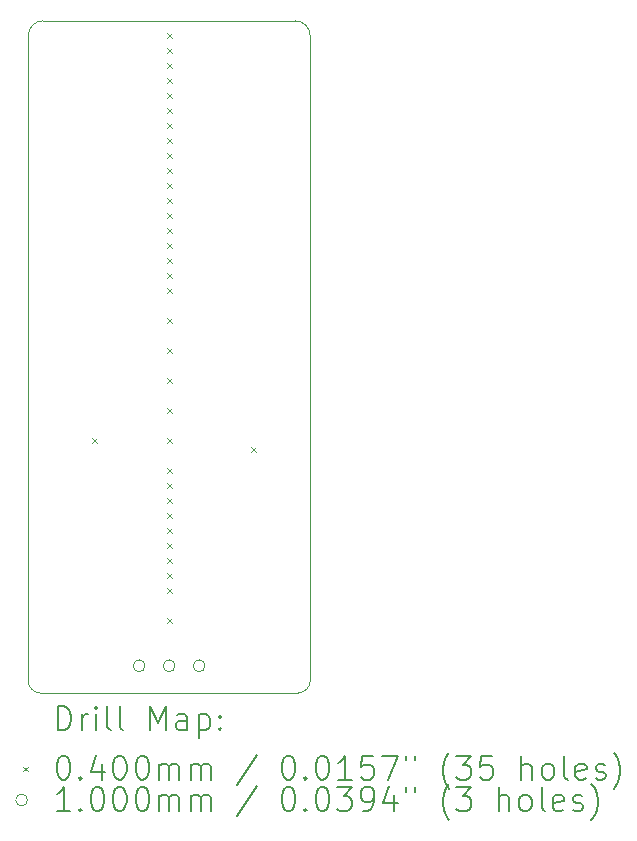
<source format=gbr>
%FSLAX45Y45*%
G04 Gerber Fmt 4.5, Leading zero omitted, Abs format (unit mm)*
G04 Created by KiCad (PCBNEW (6.0.4-0)) date 2022-11-07 18:10:48*
%MOMM*%
%LPD*%
G01*
G04 APERTURE LIST*
%TA.AperFunction,Profile*%
%ADD10C,0.100000*%
%TD*%
%ADD11C,0.200000*%
%ADD12C,0.040000*%
%ADD13C,0.100000*%
G04 APERTURE END LIST*
D10*
X16687800Y-11430000D02*
X16687800Y-5969000D01*
X16560800Y-5842000D02*
X14427200Y-5842000D01*
X14401800Y-11531600D02*
X16586200Y-11531600D01*
X14300200Y-11430000D02*
G75*
G03*
X14401800Y-11531600I101600J0D01*
G01*
X16586200Y-11531600D02*
G75*
G03*
X16687800Y-11430000I0J101600D01*
G01*
X16687800Y-5969000D02*
G75*
G03*
X16560800Y-5842000I-127000J0D01*
G01*
X14427200Y-5842000D02*
G75*
G03*
X14300200Y-5969000I0J-127000D01*
G01*
X14300200Y-5969000D02*
X14300200Y-11430000D01*
D11*
D12*
X14839000Y-9378000D02*
X14879000Y-9418000D01*
X14879000Y-9378000D02*
X14839000Y-9418000D01*
X15474000Y-5949000D02*
X15514000Y-5989000D01*
X15514000Y-5949000D02*
X15474000Y-5989000D01*
X15474000Y-6076000D02*
X15514000Y-6116000D01*
X15514000Y-6076000D02*
X15474000Y-6116000D01*
X15474000Y-6203000D02*
X15514000Y-6243000D01*
X15514000Y-6203000D02*
X15474000Y-6243000D01*
X15474000Y-6330000D02*
X15514000Y-6370000D01*
X15514000Y-6330000D02*
X15474000Y-6370000D01*
X15474000Y-6457000D02*
X15514000Y-6497000D01*
X15514000Y-6457000D02*
X15474000Y-6497000D01*
X15474000Y-6584000D02*
X15514000Y-6624000D01*
X15514000Y-6584000D02*
X15474000Y-6624000D01*
X15474000Y-6711000D02*
X15514000Y-6751000D01*
X15514000Y-6711000D02*
X15474000Y-6751000D01*
X15474000Y-6838000D02*
X15514000Y-6878000D01*
X15514000Y-6838000D02*
X15474000Y-6878000D01*
X15474000Y-6965000D02*
X15514000Y-7005000D01*
X15514000Y-6965000D02*
X15474000Y-7005000D01*
X15474000Y-7092000D02*
X15514000Y-7132000D01*
X15514000Y-7092000D02*
X15474000Y-7132000D01*
X15474000Y-7219000D02*
X15514000Y-7259000D01*
X15514000Y-7219000D02*
X15474000Y-7259000D01*
X15474000Y-7346000D02*
X15514000Y-7386000D01*
X15514000Y-7346000D02*
X15474000Y-7386000D01*
X15474000Y-7473000D02*
X15514000Y-7513000D01*
X15514000Y-7473000D02*
X15474000Y-7513000D01*
X15474000Y-7600000D02*
X15514000Y-7640000D01*
X15514000Y-7600000D02*
X15474000Y-7640000D01*
X15474000Y-7727000D02*
X15514000Y-7767000D01*
X15514000Y-7727000D02*
X15474000Y-7767000D01*
X15474000Y-7854000D02*
X15514000Y-7894000D01*
X15514000Y-7854000D02*
X15474000Y-7894000D01*
X15474000Y-7981000D02*
X15514000Y-8021000D01*
X15514000Y-7981000D02*
X15474000Y-8021000D01*
X15474000Y-8108000D02*
X15514000Y-8148000D01*
X15514000Y-8108000D02*
X15474000Y-8148000D01*
X15474000Y-8362000D02*
X15514000Y-8402000D01*
X15514000Y-8362000D02*
X15474000Y-8402000D01*
X15474000Y-8616000D02*
X15514000Y-8656000D01*
X15514000Y-8616000D02*
X15474000Y-8656000D01*
X15474000Y-8870000D02*
X15514000Y-8910000D01*
X15514000Y-8870000D02*
X15474000Y-8910000D01*
X15474000Y-9124000D02*
X15514000Y-9164000D01*
X15514000Y-9124000D02*
X15474000Y-9164000D01*
X15474000Y-9378000D02*
X15514000Y-9418000D01*
X15514000Y-9378000D02*
X15474000Y-9418000D01*
X15474000Y-9632000D02*
X15514000Y-9672000D01*
X15514000Y-9632000D02*
X15474000Y-9672000D01*
X15474000Y-9759000D02*
X15514000Y-9799000D01*
X15514000Y-9759000D02*
X15474000Y-9799000D01*
X15474000Y-9886000D02*
X15514000Y-9926000D01*
X15514000Y-9886000D02*
X15474000Y-9926000D01*
X15474000Y-10013000D02*
X15514000Y-10053000D01*
X15514000Y-10013000D02*
X15474000Y-10053000D01*
X15474000Y-10140000D02*
X15514000Y-10180000D01*
X15514000Y-10140000D02*
X15474000Y-10180000D01*
X15474000Y-10267000D02*
X15514000Y-10307000D01*
X15514000Y-10267000D02*
X15474000Y-10307000D01*
X15474000Y-10394000D02*
X15514000Y-10434000D01*
X15514000Y-10394000D02*
X15474000Y-10434000D01*
X15474000Y-10521000D02*
X15514000Y-10561000D01*
X15514000Y-10521000D02*
X15474000Y-10561000D01*
X15474000Y-10648000D02*
X15514000Y-10688000D01*
X15514000Y-10648000D02*
X15474000Y-10688000D01*
X15474000Y-10902000D02*
X15514000Y-10942000D01*
X15514000Y-10902000D02*
X15474000Y-10942000D01*
X16185200Y-9454200D02*
X16225200Y-9494200D01*
X16225200Y-9454200D02*
X16185200Y-9494200D01*
D13*
X15290000Y-11303000D02*
G75*
G03*
X15290000Y-11303000I-50000J0D01*
G01*
X15544000Y-11303000D02*
G75*
G03*
X15544000Y-11303000I-50000J0D01*
G01*
X15798000Y-11303000D02*
G75*
G03*
X15798000Y-11303000I-50000J0D01*
G01*
D11*
X14552819Y-11847076D02*
X14552819Y-11647076D01*
X14600438Y-11647076D01*
X14629009Y-11656600D01*
X14648057Y-11675648D01*
X14657581Y-11694695D01*
X14667105Y-11732790D01*
X14667105Y-11761362D01*
X14657581Y-11799457D01*
X14648057Y-11818505D01*
X14629009Y-11837552D01*
X14600438Y-11847076D01*
X14552819Y-11847076D01*
X14752819Y-11847076D02*
X14752819Y-11713743D01*
X14752819Y-11751838D02*
X14762343Y-11732790D01*
X14771867Y-11723267D01*
X14790914Y-11713743D01*
X14809962Y-11713743D01*
X14876628Y-11847076D02*
X14876628Y-11713743D01*
X14876628Y-11647076D02*
X14867105Y-11656600D01*
X14876628Y-11666124D01*
X14886152Y-11656600D01*
X14876628Y-11647076D01*
X14876628Y-11666124D01*
X15000438Y-11847076D02*
X14981390Y-11837552D01*
X14971867Y-11818505D01*
X14971867Y-11647076D01*
X15105200Y-11847076D02*
X15086152Y-11837552D01*
X15076628Y-11818505D01*
X15076628Y-11647076D01*
X15333771Y-11847076D02*
X15333771Y-11647076D01*
X15400438Y-11789933D01*
X15467105Y-11647076D01*
X15467105Y-11847076D01*
X15648057Y-11847076D02*
X15648057Y-11742314D01*
X15638533Y-11723267D01*
X15619486Y-11713743D01*
X15581390Y-11713743D01*
X15562343Y-11723267D01*
X15648057Y-11837552D02*
X15629009Y-11847076D01*
X15581390Y-11847076D01*
X15562343Y-11837552D01*
X15552819Y-11818505D01*
X15552819Y-11799457D01*
X15562343Y-11780409D01*
X15581390Y-11770886D01*
X15629009Y-11770886D01*
X15648057Y-11761362D01*
X15743295Y-11713743D02*
X15743295Y-11913743D01*
X15743295Y-11723267D02*
X15762343Y-11713743D01*
X15800438Y-11713743D01*
X15819486Y-11723267D01*
X15829009Y-11732790D01*
X15838533Y-11751838D01*
X15838533Y-11808981D01*
X15829009Y-11828028D01*
X15819486Y-11837552D01*
X15800438Y-11847076D01*
X15762343Y-11847076D01*
X15743295Y-11837552D01*
X15924248Y-11828028D02*
X15933771Y-11837552D01*
X15924248Y-11847076D01*
X15914724Y-11837552D01*
X15924248Y-11828028D01*
X15924248Y-11847076D01*
X15924248Y-11723267D02*
X15933771Y-11732790D01*
X15924248Y-11742314D01*
X15914724Y-11732790D01*
X15924248Y-11723267D01*
X15924248Y-11742314D01*
D12*
X14255200Y-12156600D02*
X14295200Y-12196600D01*
X14295200Y-12156600D02*
X14255200Y-12196600D01*
D11*
X14590914Y-12067076D02*
X14609962Y-12067076D01*
X14629009Y-12076600D01*
X14638533Y-12086124D01*
X14648057Y-12105171D01*
X14657581Y-12143267D01*
X14657581Y-12190886D01*
X14648057Y-12228981D01*
X14638533Y-12248028D01*
X14629009Y-12257552D01*
X14609962Y-12267076D01*
X14590914Y-12267076D01*
X14571867Y-12257552D01*
X14562343Y-12248028D01*
X14552819Y-12228981D01*
X14543295Y-12190886D01*
X14543295Y-12143267D01*
X14552819Y-12105171D01*
X14562343Y-12086124D01*
X14571867Y-12076600D01*
X14590914Y-12067076D01*
X14743295Y-12248028D02*
X14752819Y-12257552D01*
X14743295Y-12267076D01*
X14733771Y-12257552D01*
X14743295Y-12248028D01*
X14743295Y-12267076D01*
X14924248Y-12133743D02*
X14924248Y-12267076D01*
X14876628Y-12057552D02*
X14829009Y-12200409D01*
X14952819Y-12200409D01*
X15067105Y-12067076D02*
X15086152Y-12067076D01*
X15105200Y-12076600D01*
X15114724Y-12086124D01*
X15124248Y-12105171D01*
X15133771Y-12143267D01*
X15133771Y-12190886D01*
X15124248Y-12228981D01*
X15114724Y-12248028D01*
X15105200Y-12257552D01*
X15086152Y-12267076D01*
X15067105Y-12267076D01*
X15048057Y-12257552D01*
X15038533Y-12248028D01*
X15029009Y-12228981D01*
X15019486Y-12190886D01*
X15019486Y-12143267D01*
X15029009Y-12105171D01*
X15038533Y-12086124D01*
X15048057Y-12076600D01*
X15067105Y-12067076D01*
X15257581Y-12067076D02*
X15276628Y-12067076D01*
X15295676Y-12076600D01*
X15305200Y-12086124D01*
X15314724Y-12105171D01*
X15324248Y-12143267D01*
X15324248Y-12190886D01*
X15314724Y-12228981D01*
X15305200Y-12248028D01*
X15295676Y-12257552D01*
X15276628Y-12267076D01*
X15257581Y-12267076D01*
X15238533Y-12257552D01*
X15229009Y-12248028D01*
X15219486Y-12228981D01*
X15209962Y-12190886D01*
X15209962Y-12143267D01*
X15219486Y-12105171D01*
X15229009Y-12086124D01*
X15238533Y-12076600D01*
X15257581Y-12067076D01*
X15409962Y-12267076D02*
X15409962Y-12133743D01*
X15409962Y-12152790D02*
X15419486Y-12143267D01*
X15438533Y-12133743D01*
X15467105Y-12133743D01*
X15486152Y-12143267D01*
X15495676Y-12162314D01*
X15495676Y-12267076D01*
X15495676Y-12162314D02*
X15505200Y-12143267D01*
X15524248Y-12133743D01*
X15552819Y-12133743D01*
X15571867Y-12143267D01*
X15581390Y-12162314D01*
X15581390Y-12267076D01*
X15676628Y-12267076D02*
X15676628Y-12133743D01*
X15676628Y-12152790D02*
X15686152Y-12143267D01*
X15705200Y-12133743D01*
X15733771Y-12133743D01*
X15752819Y-12143267D01*
X15762343Y-12162314D01*
X15762343Y-12267076D01*
X15762343Y-12162314D02*
X15771867Y-12143267D01*
X15790914Y-12133743D01*
X15819486Y-12133743D01*
X15838533Y-12143267D01*
X15848057Y-12162314D01*
X15848057Y-12267076D01*
X16238533Y-12057552D02*
X16067105Y-12314695D01*
X16495676Y-12067076D02*
X16514724Y-12067076D01*
X16533771Y-12076600D01*
X16543295Y-12086124D01*
X16552819Y-12105171D01*
X16562343Y-12143267D01*
X16562343Y-12190886D01*
X16552819Y-12228981D01*
X16543295Y-12248028D01*
X16533771Y-12257552D01*
X16514724Y-12267076D01*
X16495676Y-12267076D01*
X16476628Y-12257552D01*
X16467105Y-12248028D01*
X16457581Y-12228981D01*
X16448057Y-12190886D01*
X16448057Y-12143267D01*
X16457581Y-12105171D01*
X16467105Y-12086124D01*
X16476628Y-12076600D01*
X16495676Y-12067076D01*
X16648057Y-12248028D02*
X16657581Y-12257552D01*
X16648057Y-12267076D01*
X16638533Y-12257552D01*
X16648057Y-12248028D01*
X16648057Y-12267076D01*
X16781390Y-12067076D02*
X16800438Y-12067076D01*
X16819486Y-12076600D01*
X16829010Y-12086124D01*
X16838533Y-12105171D01*
X16848057Y-12143267D01*
X16848057Y-12190886D01*
X16838533Y-12228981D01*
X16829010Y-12248028D01*
X16819486Y-12257552D01*
X16800438Y-12267076D01*
X16781390Y-12267076D01*
X16762343Y-12257552D01*
X16752819Y-12248028D01*
X16743295Y-12228981D01*
X16733771Y-12190886D01*
X16733771Y-12143267D01*
X16743295Y-12105171D01*
X16752819Y-12086124D01*
X16762343Y-12076600D01*
X16781390Y-12067076D01*
X17038533Y-12267076D02*
X16924248Y-12267076D01*
X16981390Y-12267076D02*
X16981390Y-12067076D01*
X16962343Y-12095648D01*
X16943295Y-12114695D01*
X16924248Y-12124219D01*
X17219486Y-12067076D02*
X17124248Y-12067076D01*
X17114724Y-12162314D01*
X17124248Y-12152790D01*
X17143295Y-12143267D01*
X17190914Y-12143267D01*
X17209962Y-12152790D01*
X17219486Y-12162314D01*
X17229010Y-12181362D01*
X17229010Y-12228981D01*
X17219486Y-12248028D01*
X17209962Y-12257552D01*
X17190914Y-12267076D01*
X17143295Y-12267076D01*
X17124248Y-12257552D01*
X17114724Y-12248028D01*
X17295676Y-12067076D02*
X17429010Y-12067076D01*
X17343295Y-12267076D01*
X17495676Y-12067076D02*
X17495676Y-12105171D01*
X17571867Y-12067076D02*
X17571867Y-12105171D01*
X17867105Y-12343267D02*
X17857581Y-12333743D01*
X17838533Y-12305171D01*
X17829010Y-12286124D01*
X17819486Y-12257552D01*
X17809962Y-12209933D01*
X17809962Y-12171838D01*
X17819486Y-12124219D01*
X17829010Y-12095648D01*
X17838533Y-12076600D01*
X17857581Y-12048028D01*
X17867105Y-12038505D01*
X17924248Y-12067076D02*
X18048057Y-12067076D01*
X17981390Y-12143267D01*
X18009962Y-12143267D01*
X18029010Y-12152790D01*
X18038533Y-12162314D01*
X18048057Y-12181362D01*
X18048057Y-12228981D01*
X18038533Y-12248028D01*
X18029010Y-12257552D01*
X18009962Y-12267076D01*
X17952819Y-12267076D01*
X17933771Y-12257552D01*
X17924248Y-12248028D01*
X18229010Y-12067076D02*
X18133771Y-12067076D01*
X18124248Y-12162314D01*
X18133771Y-12152790D01*
X18152819Y-12143267D01*
X18200438Y-12143267D01*
X18219486Y-12152790D01*
X18229010Y-12162314D01*
X18238533Y-12181362D01*
X18238533Y-12228981D01*
X18229010Y-12248028D01*
X18219486Y-12257552D01*
X18200438Y-12267076D01*
X18152819Y-12267076D01*
X18133771Y-12257552D01*
X18124248Y-12248028D01*
X18476629Y-12267076D02*
X18476629Y-12067076D01*
X18562343Y-12267076D02*
X18562343Y-12162314D01*
X18552819Y-12143267D01*
X18533771Y-12133743D01*
X18505200Y-12133743D01*
X18486152Y-12143267D01*
X18476629Y-12152790D01*
X18686152Y-12267076D02*
X18667105Y-12257552D01*
X18657581Y-12248028D01*
X18648057Y-12228981D01*
X18648057Y-12171838D01*
X18657581Y-12152790D01*
X18667105Y-12143267D01*
X18686152Y-12133743D01*
X18714724Y-12133743D01*
X18733771Y-12143267D01*
X18743295Y-12152790D01*
X18752819Y-12171838D01*
X18752819Y-12228981D01*
X18743295Y-12248028D01*
X18733771Y-12257552D01*
X18714724Y-12267076D01*
X18686152Y-12267076D01*
X18867105Y-12267076D02*
X18848057Y-12257552D01*
X18838533Y-12238505D01*
X18838533Y-12067076D01*
X19019486Y-12257552D02*
X19000438Y-12267076D01*
X18962343Y-12267076D01*
X18943295Y-12257552D01*
X18933771Y-12238505D01*
X18933771Y-12162314D01*
X18943295Y-12143267D01*
X18962343Y-12133743D01*
X19000438Y-12133743D01*
X19019486Y-12143267D01*
X19029010Y-12162314D01*
X19029010Y-12181362D01*
X18933771Y-12200409D01*
X19105200Y-12257552D02*
X19124248Y-12267076D01*
X19162343Y-12267076D01*
X19181390Y-12257552D01*
X19190914Y-12238505D01*
X19190914Y-12228981D01*
X19181390Y-12209933D01*
X19162343Y-12200409D01*
X19133771Y-12200409D01*
X19114724Y-12190886D01*
X19105200Y-12171838D01*
X19105200Y-12162314D01*
X19114724Y-12143267D01*
X19133771Y-12133743D01*
X19162343Y-12133743D01*
X19181390Y-12143267D01*
X19257581Y-12343267D02*
X19267105Y-12333743D01*
X19286152Y-12305171D01*
X19295676Y-12286124D01*
X19305200Y-12257552D01*
X19314724Y-12209933D01*
X19314724Y-12171838D01*
X19305200Y-12124219D01*
X19295676Y-12095648D01*
X19286152Y-12076600D01*
X19267105Y-12048028D01*
X19257581Y-12038505D01*
D13*
X14295200Y-12440600D02*
G75*
G03*
X14295200Y-12440600I-50000J0D01*
G01*
D11*
X14657581Y-12531076D02*
X14543295Y-12531076D01*
X14600438Y-12531076D02*
X14600438Y-12331076D01*
X14581390Y-12359648D01*
X14562343Y-12378695D01*
X14543295Y-12388219D01*
X14743295Y-12512028D02*
X14752819Y-12521552D01*
X14743295Y-12531076D01*
X14733771Y-12521552D01*
X14743295Y-12512028D01*
X14743295Y-12531076D01*
X14876628Y-12331076D02*
X14895676Y-12331076D01*
X14914724Y-12340600D01*
X14924248Y-12350124D01*
X14933771Y-12369171D01*
X14943295Y-12407267D01*
X14943295Y-12454886D01*
X14933771Y-12492981D01*
X14924248Y-12512028D01*
X14914724Y-12521552D01*
X14895676Y-12531076D01*
X14876628Y-12531076D01*
X14857581Y-12521552D01*
X14848057Y-12512028D01*
X14838533Y-12492981D01*
X14829009Y-12454886D01*
X14829009Y-12407267D01*
X14838533Y-12369171D01*
X14848057Y-12350124D01*
X14857581Y-12340600D01*
X14876628Y-12331076D01*
X15067105Y-12331076D02*
X15086152Y-12331076D01*
X15105200Y-12340600D01*
X15114724Y-12350124D01*
X15124248Y-12369171D01*
X15133771Y-12407267D01*
X15133771Y-12454886D01*
X15124248Y-12492981D01*
X15114724Y-12512028D01*
X15105200Y-12521552D01*
X15086152Y-12531076D01*
X15067105Y-12531076D01*
X15048057Y-12521552D01*
X15038533Y-12512028D01*
X15029009Y-12492981D01*
X15019486Y-12454886D01*
X15019486Y-12407267D01*
X15029009Y-12369171D01*
X15038533Y-12350124D01*
X15048057Y-12340600D01*
X15067105Y-12331076D01*
X15257581Y-12331076D02*
X15276628Y-12331076D01*
X15295676Y-12340600D01*
X15305200Y-12350124D01*
X15314724Y-12369171D01*
X15324248Y-12407267D01*
X15324248Y-12454886D01*
X15314724Y-12492981D01*
X15305200Y-12512028D01*
X15295676Y-12521552D01*
X15276628Y-12531076D01*
X15257581Y-12531076D01*
X15238533Y-12521552D01*
X15229009Y-12512028D01*
X15219486Y-12492981D01*
X15209962Y-12454886D01*
X15209962Y-12407267D01*
X15219486Y-12369171D01*
X15229009Y-12350124D01*
X15238533Y-12340600D01*
X15257581Y-12331076D01*
X15409962Y-12531076D02*
X15409962Y-12397743D01*
X15409962Y-12416790D02*
X15419486Y-12407267D01*
X15438533Y-12397743D01*
X15467105Y-12397743D01*
X15486152Y-12407267D01*
X15495676Y-12426314D01*
X15495676Y-12531076D01*
X15495676Y-12426314D02*
X15505200Y-12407267D01*
X15524248Y-12397743D01*
X15552819Y-12397743D01*
X15571867Y-12407267D01*
X15581390Y-12426314D01*
X15581390Y-12531076D01*
X15676628Y-12531076D02*
X15676628Y-12397743D01*
X15676628Y-12416790D02*
X15686152Y-12407267D01*
X15705200Y-12397743D01*
X15733771Y-12397743D01*
X15752819Y-12407267D01*
X15762343Y-12426314D01*
X15762343Y-12531076D01*
X15762343Y-12426314D02*
X15771867Y-12407267D01*
X15790914Y-12397743D01*
X15819486Y-12397743D01*
X15838533Y-12407267D01*
X15848057Y-12426314D01*
X15848057Y-12531076D01*
X16238533Y-12321552D02*
X16067105Y-12578695D01*
X16495676Y-12331076D02*
X16514724Y-12331076D01*
X16533771Y-12340600D01*
X16543295Y-12350124D01*
X16552819Y-12369171D01*
X16562343Y-12407267D01*
X16562343Y-12454886D01*
X16552819Y-12492981D01*
X16543295Y-12512028D01*
X16533771Y-12521552D01*
X16514724Y-12531076D01*
X16495676Y-12531076D01*
X16476628Y-12521552D01*
X16467105Y-12512028D01*
X16457581Y-12492981D01*
X16448057Y-12454886D01*
X16448057Y-12407267D01*
X16457581Y-12369171D01*
X16467105Y-12350124D01*
X16476628Y-12340600D01*
X16495676Y-12331076D01*
X16648057Y-12512028D02*
X16657581Y-12521552D01*
X16648057Y-12531076D01*
X16638533Y-12521552D01*
X16648057Y-12512028D01*
X16648057Y-12531076D01*
X16781390Y-12331076D02*
X16800438Y-12331076D01*
X16819486Y-12340600D01*
X16829010Y-12350124D01*
X16838533Y-12369171D01*
X16848057Y-12407267D01*
X16848057Y-12454886D01*
X16838533Y-12492981D01*
X16829010Y-12512028D01*
X16819486Y-12521552D01*
X16800438Y-12531076D01*
X16781390Y-12531076D01*
X16762343Y-12521552D01*
X16752819Y-12512028D01*
X16743295Y-12492981D01*
X16733771Y-12454886D01*
X16733771Y-12407267D01*
X16743295Y-12369171D01*
X16752819Y-12350124D01*
X16762343Y-12340600D01*
X16781390Y-12331076D01*
X16914724Y-12331076D02*
X17038533Y-12331076D01*
X16971867Y-12407267D01*
X17000438Y-12407267D01*
X17019486Y-12416790D01*
X17029010Y-12426314D01*
X17038533Y-12445362D01*
X17038533Y-12492981D01*
X17029010Y-12512028D01*
X17019486Y-12521552D01*
X17000438Y-12531076D01*
X16943295Y-12531076D01*
X16924248Y-12521552D01*
X16914724Y-12512028D01*
X17133771Y-12531076D02*
X17171867Y-12531076D01*
X17190914Y-12521552D01*
X17200438Y-12512028D01*
X17219486Y-12483457D01*
X17229010Y-12445362D01*
X17229010Y-12369171D01*
X17219486Y-12350124D01*
X17209962Y-12340600D01*
X17190914Y-12331076D01*
X17152819Y-12331076D01*
X17133771Y-12340600D01*
X17124248Y-12350124D01*
X17114724Y-12369171D01*
X17114724Y-12416790D01*
X17124248Y-12435838D01*
X17133771Y-12445362D01*
X17152819Y-12454886D01*
X17190914Y-12454886D01*
X17209962Y-12445362D01*
X17219486Y-12435838D01*
X17229010Y-12416790D01*
X17400438Y-12397743D02*
X17400438Y-12531076D01*
X17352819Y-12321552D02*
X17305200Y-12464409D01*
X17429010Y-12464409D01*
X17495676Y-12331076D02*
X17495676Y-12369171D01*
X17571867Y-12331076D02*
X17571867Y-12369171D01*
X17867105Y-12607267D02*
X17857581Y-12597743D01*
X17838533Y-12569171D01*
X17829010Y-12550124D01*
X17819486Y-12521552D01*
X17809962Y-12473933D01*
X17809962Y-12435838D01*
X17819486Y-12388219D01*
X17829010Y-12359648D01*
X17838533Y-12340600D01*
X17857581Y-12312028D01*
X17867105Y-12302505D01*
X17924248Y-12331076D02*
X18048057Y-12331076D01*
X17981390Y-12407267D01*
X18009962Y-12407267D01*
X18029010Y-12416790D01*
X18038533Y-12426314D01*
X18048057Y-12445362D01*
X18048057Y-12492981D01*
X18038533Y-12512028D01*
X18029010Y-12521552D01*
X18009962Y-12531076D01*
X17952819Y-12531076D01*
X17933771Y-12521552D01*
X17924248Y-12512028D01*
X18286152Y-12531076D02*
X18286152Y-12331076D01*
X18371867Y-12531076D02*
X18371867Y-12426314D01*
X18362343Y-12407267D01*
X18343295Y-12397743D01*
X18314724Y-12397743D01*
X18295676Y-12407267D01*
X18286152Y-12416790D01*
X18495676Y-12531076D02*
X18476629Y-12521552D01*
X18467105Y-12512028D01*
X18457581Y-12492981D01*
X18457581Y-12435838D01*
X18467105Y-12416790D01*
X18476629Y-12407267D01*
X18495676Y-12397743D01*
X18524248Y-12397743D01*
X18543295Y-12407267D01*
X18552819Y-12416790D01*
X18562343Y-12435838D01*
X18562343Y-12492981D01*
X18552819Y-12512028D01*
X18543295Y-12521552D01*
X18524248Y-12531076D01*
X18495676Y-12531076D01*
X18676629Y-12531076D02*
X18657581Y-12521552D01*
X18648057Y-12502505D01*
X18648057Y-12331076D01*
X18829010Y-12521552D02*
X18809962Y-12531076D01*
X18771867Y-12531076D01*
X18752819Y-12521552D01*
X18743295Y-12502505D01*
X18743295Y-12426314D01*
X18752819Y-12407267D01*
X18771867Y-12397743D01*
X18809962Y-12397743D01*
X18829010Y-12407267D01*
X18838533Y-12426314D01*
X18838533Y-12445362D01*
X18743295Y-12464409D01*
X18914724Y-12521552D02*
X18933771Y-12531076D01*
X18971867Y-12531076D01*
X18990914Y-12521552D01*
X19000438Y-12502505D01*
X19000438Y-12492981D01*
X18990914Y-12473933D01*
X18971867Y-12464409D01*
X18943295Y-12464409D01*
X18924248Y-12454886D01*
X18914724Y-12435838D01*
X18914724Y-12426314D01*
X18924248Y-12407267D01*
X18943295Y-12397743D01*
X18971867Y-12397743D01*
X18990914Y-12407267D01*
X19067105Y-12607267D02*
X19076629Y-12597743D01*
X19095676Y-12569171D01*
X19105200Y-12550124D01*
X19114724Y-12521552D01*
X19124248Y-12473933D01*
X19124248Y-12435838D01*
X19114724Y-12388219D01*
X19105200Y-12359648D01*
X19095676Y-12340600D01*
X19076629Y-12312028D01*
X19067105Y-12302505D01*
M02*

</source>
